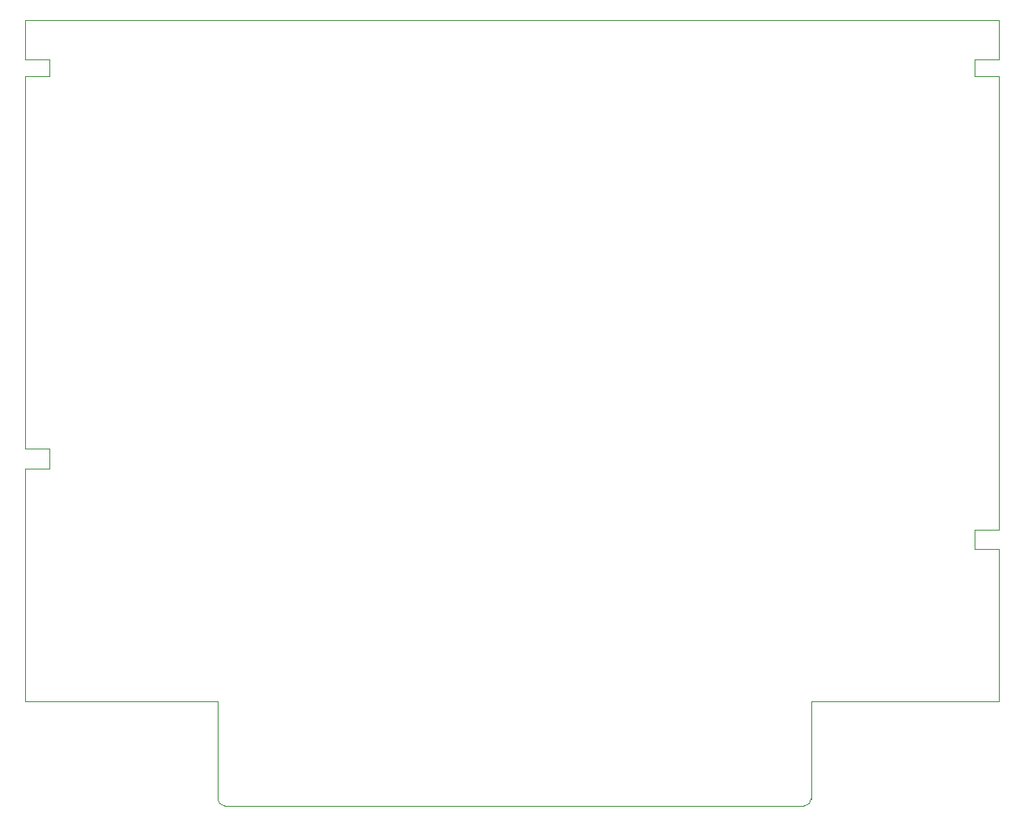
<source format=gbr>
G04 #@! TF.GenerationSoftware,KiCad,Pcbnew,(5.1.4)-1*
G04 #@! TF.CreationDate,2020-11-02T16:34:53-03:00*
G04 #@! TF.ProjectId,snes_feram,736e6573-5f66-4657-9261-6d2e6b696361,rev?*
G04 #@! TF.SameCoordinates,Original*
G04 #@! TF.FileFunction,Profile,NP*
%FSLAX46Y46*%
G04 Gerber Fmt 4.6, Leading zero omitted, Abs format (unit mm)*
G04 Created by KiCad (PCBNEW (5.1.4)-1) date 2020-11-02 16:34:53*
%MOMM*%
%LPD*%
G04 APERTURE LIST*
%ADD10C,0.101600*%
%ADD11C,0.099060*%
G04 APERTURE END LIST*
D10*
X88389460Y-94990920D02*
X107889040Y-94990920D01*
X184388760Y-30091380D02*
X186888120Y-30091380D01*
X184388760Y-31790640D02*
X184388760Y-30091380D01*
X107889040Y-94990920D02*
X107889040Y-95092520D01*
X186887980Y-79623920D02*
X184387980Y-79623920D01*
X167888920Y-94990920D02*
X186887980Y-94990920D01*
X186888120Y-30091380D02*
X186888120Y-26090880D01*
X186884800Y-77623920D02*
X186888120Y-31790640D01*
X108590080Y-105592880D02*
X167187880Y-105592880D01*
X186887980Y-79623920D02*
X186887980Y-94990920D01*
X186888120Y-31790640D02*
X184388760Y-31790640D01*
X167888920Y-104891840D02*
X167888920Y-95092520D01*
X184387980Y-77623920D02*
X186884800Y-77623920D01*
X184387980Y-79623920D02*
X184387980Y-77623920D01*
X167888920Y-95092520D02*
X167888920Y-94990920D01*
X107889040Y-104891840D02*
X107889040Y-95092520D01*
X88389460Y-94990920D02*
X88389600Y-71490920D01*
X88389600Y-69490920D02*
X90888960Y-69490920D01*
D11*
X167187880Y-105592880D02*
G75*
G03X167888920Y-104891840I0J701040D01*
G01*
D10*
X88389460Y-26090880D02*
X116238020Y-26090880D01*
X116238020Y-26090880D02*
X159788860Y-26090880D01*
D11*
X107889040Y-104891840D02*
G75*
G03X108590080Y-105592880I701040J0D01*
G01*
D10*
X90888960Y-71490920D02*
X88389600Y-71490920D01*
X90888960Y-69490920D02*
X90888960Y-71490920D01*
X88389460Y-31790640D02*
X88389600Y-69490920D01*
X90888820Y-31790640D02*
X88389460Y-31790640D01*
X90888820Y-30091380D02*
X90888820Y-31790640D01*
X88389460Y-30091380D02*
X90888820Y-30091380D01*
X88389460Y-26090880D02*
X88389460Y-30091380D01*
X159788860Y-26090880D02*
X186888120Y-26090880D01*
M02*

</source>
